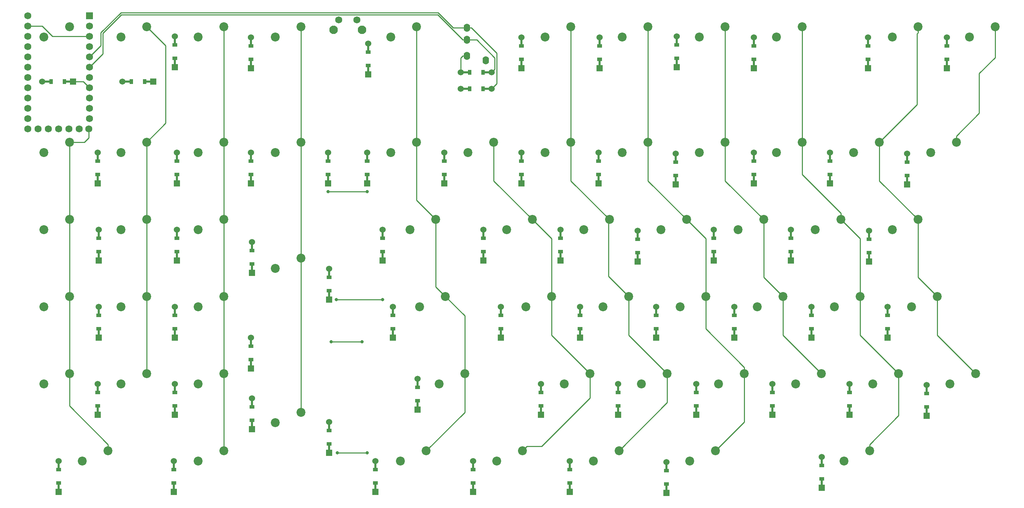
<source format=gbl>
G04 #@! TF.GenerationSoftware,KiCad,Pcbnew,(5.1.4)-1*
G04 #@! TF.CreationDate,2019-10-25T22:15:33-04:00*
G04 #@! TF.ProjectId,Keyboard - Left,4b657962-6f61-4726-9420-2d204c656674,rev?*
G04 #@! TF.SameCoordinates,Original*
G04 #@! TF.FileFunction,Copper,L2,Bot*
G04 #@! TF.FilePolarity,Positive*
%FSLAX46Y46*%
G04 Gerber Fmt 4.6, Leading zero omitted, Abs format (unit mm)*
G04 Created by KiCad (PCBNEW (5.1.4)-1) date 2019-10-25 22:15:33*
%MOMM*%
%LPD*%
G04 APERTURE LIST*
%ADD10O,1.600000X2.000000*%
%ADD11C,2.200000*%
%ADD12C,2.100000*%
%ADD13C,1.750000*%
%ADD14R,1.524000X0.500000*%
%ADD15C,1.524000*%
%ADD16R,1.524000X1.524000*%
%ADD17R,0.900000X1.200000*%
%ADD18R,0.500000X1.524000*%
%ADD19R,1.200000X0.900000*%
%ADD20R,1.752600X1.752600*%
%ADD21C,1.752600*%
%ADD22C,0.800000*%
%ADD23C,0.250000*%
G04 APERTURE END LIST*
D10*
X138670000Y-38966000D03*
X138670000Y-35966000D03*
X138670000Y-42966000D03*
X143270000Y-44066000D03*
D11*
X40481250Y-35718750D03*
X34131250Y-38258750D03*
X59531250Y-35718750D03*
X53181250Y-38258750D03*
X72231250Y-38258750D03*
X78581250Y-35718750D03*
X97631250Y-35718750D03*
X91281250Y-38258750D03*
X119856250Y-38258750D03*
X126206250Y-35718750D03*
X164306250Y-35718750D03*
X157956250Y-38258750D03*
X183356250Y-35718750D03*
X177006250Y-38258750D03*
X196056250Y-38258750D03*
X202406250Y-35718750D03*
X215106250Y-38258750D03*
X221456250Y-35718750D03*
X243681250Y-38258750D03*
X250031250Y-35718750D03*
X269081250Y-35718750D03*
X262731250Y-38258750D03*
X34131250Y-66833750D03*
X40481250Y-64293750D03*
X59531250Y-64293750D03*
X53181250Y-66833750D03*
X72231250Y-66833750D03*
X78581250Y-64293750D03*
X91281250Y-66833750D03*
X97631250Y-64293750D03*
X126206250Y-64293750D03*
X119856250Y-66833750D03*
X145256250Y-64293750D03*
X138906250Y-66833750D03*
X157956250Y-66833750D03*
X164306250Y-64293750D03*
X177006250Y-66833750D03*
X183356250Y-64293750D03*
X202406250Y-64293750D03*
X196056250Y-66833750D03*
X221456250Y-64293750D03*
X215106250Y-66833750D03*
X240506250Y-64293750D03*
X234156250Y-66833750D03*
X253206250Y-66833750D03*
X259556250Y-64293750D03*
X40481250Y-83343750D03*
X34131250Y-85883750D03*
X59531250Y-83343750D03*
X53181250Y-85883750D03*
X72231250Y-85883750D03*
X78581250Y-83343750D03*
X91281250Y-95408750D03*
X97631250Y-92868750D03*
X130968750Y-83343750D03*
X124618750Y-85883750D03*
X148431250Y-85883750D03*
X154781250Y-83343750D03*
X173831250Y-83343750D03*
X167481250Y-85883750D03*
X186531250Y-85883750D03*
X192881250Y-83343750D03*
X205581250Y-85883750D03*
X211931250Y-83343750D03*
X224631250Y-85883750D03*
X230981250Y-83343750D03*
X243681250Y-85883750D03*
X250031250Y-83343750D03*
X40481250Y-102393750D03*
X34131250Y-104933750D03*
X59531250Y-102393750D03*
X53181250Y-104933750D03*
X78581250Y-102393750D03*
X72231250Y-104933750D03*
X133350000Y-102393750D03*
X127000000Y-104933750D03*
X159543750Y-102393750D03*
X153193750Y-104933750D03*
X172243750Y-104933750D03*
X178593750Y-102393750D03*
X191293750Y-104933750D03*
X197643750Y-102393750D03*
X216693750Y-102393750D03*
X210343750Y-104933750D03*
X235743750Y-102393750D03*
X229393750Y-104933750D03*
X254793750Y-102393750D03*
X248443750Y-104933750D03*
X40481250Y-121443750D03*
X34131250Y-123983750D03*
X59531250Y-121443750D03*
X53181250Y-123983750D03*
X72231250Y-123983750D03*
X78581250Y-121443750D03*
X97631250Y-130968750D03*
X91281250Y-133508750D03*
X138112500Y-121443750D03*
X131762500Y-123983750D03*
X162718750Y-123983750D03*
X169068750Y-121443750D03*
X188118750Y-121443750D03*
X181768750Y-123983750D03*
X207168750Y-121443750D03*
X200818750Y-123983750D03*
X219868750Y-123983750D03*
X226218750Y-121443750D03*
X238918750Y-123983750D03*
X245268750Y-121443750D03*
X257968750Y-123983750D03*
X264318750Y-121443750D03*
X50006250Y-140493750D03*
X43656250Y-143033750D03*
X72231250Y-143033750D03*
X78581250Y-140493750D03*
X128587500Y-140493750D03*
X122237500Y-143033750D03*
X146050000Y-143033750D03*
X152400000Y-140493750D03*
X176212500Y-140493750D03*
X169862500Y-143033750D03*
X193675000Y-143033750D03*
X200025000Y-140493750D03*
X238125000Y-140493750D03*
X231775000Y-143033750D03*
D12*
X105746000Y-36526000D03*
D13*
X107006000Y-34036000D03*
X111506000Y-34036000D03*
D12*
X112756000Y-36526000D03*
D14*
X40132000Y-49276000D03*
X35052000Y-49276000D03*
D15*
X33782000Y-49276000D03*
D16*
X41402000Y-49276000D03*
D17*
X35942000Y-49276000D03*
X39242000Y-49276000D03*
D14*
X59944000Y-49276000D03*
X54864000Y-49276000D03*
D15*
X53594000Y-49276000D03*
D16*
X61214000Y-49276000D03*
D17*
X55754000Y-49276000D03*
X59054000Y-49276000D03*
D18*
X66548000Y-44450000D03*
X66548000Y-39370000D03*
D15*
X66548000Y-38100000D03*
D16*
X66548000Y-45720000D03*
D19*
X66548000Y-40260000D03*
X66548000Y-43560000D03*
X85344000Y-43814000D03*
X85344000Y-40514000D03*
D16*
X85344000Y-45974000D03*
D15*
X85344000Y-38354000D03*
D18*
X85344000Y-39624000D03*
X85344000Y-44704000D03*
X114300000Y-46228000D03*
X114300000Y-41148000D03*
D15*
X114300000Y-39878000D03*
D16*
X114300000Y-47498000D03*
D19*
X114300000Y-42038000D03*
X114300000Y-45338000D03*
X152146000Y-43814000D03*
X152146000Y-40514000D03*
D16*
X152146000Y-45974000D03*
D15*
X152146000Y-38354000D03*
D18*
X152146000Y-39624000D03*
X152146000Y-44704000D03*
X171450000Y-44704000D03*
X171450000Y-39624000D03*
D15*
X171450000Y-38354000D03*
D16*
X171450000Y-45974000D03*
D19*
X171450000Y-40514000D03*
X171450000Y-43814000D03*
D18*
X190500000Y-44450000D03*
X190500000Y-39370000D03*
D15*
X190500000Y-38100000D03*
D16*
X190500000Y-45720000D03*
D19*
X190500000Y-40260000D03*
X190500000Y-43560000D03*
X209550000Y-43814000D03*
X209550000Y-40514000D03*
D16*
X209550000Y-45974000D03*
D15*
X209550000Y-38354000D03*
D18*
X209550000Y-39624000D03*
X209550000Y-44704000D03*
X237744000Y-44704000D03*
X237744000Y-39624000D03*
D15*
X237744000Y-38354000D03*
D16*
X237744000Y-45974000D03*
D19*
X237744000Y-40514000D03*
X237744000Y-43814000D03*
D18*
X257175000Y-44704000D03*
X257175000Y-39624000D03*
D15*
X257175000Y-38354000D03*
D16*
X257175000Y-45974000D03*
D19*
X257175000Y-40514000D03*
X257175000Y-43814000D03*
X47498000Y-72262000D03*
X47498000Y-68962000D03*
D16*
X47498000Y-74422000D03*
D15*
X47498000Y-66802000D03*
D18*
X47498000Y-68072000D03*
X47498000Y-73152000D03*
D19*
X67056000Y-72262000D03*
X67056000Y-68962000D03*
D16*
X67056000Y-74422000D03*
D15*
X67056000Y-66802000D03*
D18*
X67056000Y-68072000D03*
X67056000Y-73152000D03*
X85344000Y-73152000D03*
X85344000Y-68072000D03*
D15*
X85344000Y-66802000D03*
D16*
X85344000Y-74422000D03*
D19*
X85344000Y-68962000D03*
X85344000Y-72262000D03*
D18*
X104394000Y-73152000D03*
X104394000Y-68072000D03*
D15*
X104394000Y-66802000D03*
D16*
X104394000Y-74422000D03*
D19*
X104394000Y-68962000D03*
X104394000Y-72262000D03*
X114046000Y-72262000D03*
X114046000Y-68962000D03*
D16*
X114046000Y-74422000D03*
D15*
X114046000Y-66802000D03*
D18*
X114046000Y-68072000D03*
X114046000Y-73152000D03*
D19*
X133096000Y-72262000D03*
X133096000Y-68962000D03*
D16*
X133096000Y-74422000D03*
D15*
X133096000Y-66802000D03*
D18*
X133096000Y-68072000D03*
X133096000Y-73152000D03*
X152146000Y-73152000D03*
X152146000Y-68072000D03*
D15*
X152146000Y-66802000D03*
D16*
X152146000Y-74422000D03*
D19*
X152146000Y-68962000D03*
X152146000Y-72262000D03*
X171196000Y-72262000D03*
X171196000Y-68962000D03*
D16*
X171196000Y-74422000D03*
D15*
X171196000Y-66802000D03*
D18*
X171196000Y-68072000D03*
X171196000Y-73152000D03*
D19*
X190246000Y-72516000D03*
X190246000Y-69216000D03*
D16*
X190246000Y-74676000D03*
D15*
X190246000Y-67056000D03*
D18*
X190246000Y-68326000D03*
X190246000Y-73406000D03*
X209550000Y-73152000D03*
X209550000Y-68072000D03*
D15*
X209550000Y-66802000D03*
D16*
X209550000Y-74422000D03*
D19*
X209550000Y-68962000D03*
X209550000Y-72262000D03*
X228346000Y-72262000D03*
X228346000Y-68962000D03*
D16*
X228346000Y-74422000D03*
D15*
X228346000Y-66802000D03*
D18*
X228346000Y-68072000D03*
X228346000Y-73152000D03*
D19*
X247396000Y-72516000D03*
X247396000Y-69216000D03*
D16*
X247396000Y-74676000D03*
D15*
X247396000Y-67056000D03*
D18*
X247396000Y-68326000D03*
X247396000Y-73406000D03*
X47752000Y-92202000D03*
X47752000Y-87122000D03*
D15*
X47752000Y-85852000D03*
D16*
X47752000Y-93472000D03*
D19*
X47752000Y-88012000D03*
X47752000Y-91312000D03*
D18*
X67056000Y-92202000D03*
X67056000Y-87122000D03*
D15*
X67056000Y-85852000D03*
D16*
X67056000Y-93472000D03*
D19*
X67056000Y-88012000D03*
X67056000Y-91312000D03*
X85598000Y-94360000D03*
X85598000Y-91060000D03*
D16*
X85598000Y-96520000D03*
D15*
X85598000Y-88900000D03*
D18*
X85598000Y-90170000D03*
X85598000Y-95250000D03*
D19*
X104648000Y-100964000D03*
X104648000Y-97664000D03*
D16*
X104648000Y-103124000D03*
D15*
X104648000Y-95504000D03*
D18*
X104648000Y-96774000D03*
X104648000Y-101854000D03*
X117856000Y-92202000D03*
X117856000Y-87122000D03*
D15*
X117856000Y-85852000D03*
D16*
X117856000Y-93472000D03*
D19*
X117856000Y-88012000D03*
X117856000Y-91312000D03*
D18*
X142748000Y-92202000D03*
X142748000Y-87122000D03*
D15*
X142748000Y-85852000D03*
D16*
X142748000Y-93472000D03*
D19*
X142748000Y-88012000D03*
X142748000Y-91312000D03*
X161798000Y-91312000D03*
X161798000Y-88012000D03*
D16*
X161798000Y-93472000D03*
D15*
X161798000Y-85852000D03*
D18*
X161798000Y-87122000D03*
X161798000Y-92202000D03*
X180848000Y-92456000D03*
X180848000Y-87376000D03*
D15*
X180848000Y-86106000D03*
D16*
X180848000Y-93726000D03*
D19*
X180848000Y-88266000D03*
X180848000Y-91566000D03*
D18*
X199644000Y-92202000D03*
X199644000Y-87122000D03*
D15*
X199644000Y-85852000D03*
D16*
X199644000Y-93472000D03*
D19*
X199644000Y-88012000D03*
X199644000Y-91312000D03*
X218694000Y-91312000D03*
X218694000Y-88012000D03*
D16*
X218694000Y-93472000D03*
D15*
X218694000Y-85852000D03*
D18*
X218694000Y-87122000D03*
X218694000Y-92202000D03*
X237998000Y-92456000D03*
X237998000Y-87376000D03*
D15*
X237998000Y-86106000D03*
D16*
X237998000Y-93726000D03*
D19*
X237998000Y-88266000D03*
X237998000Y-91566000D03*
X47752000Y-110362000D03*
X47752000Y-107062000D03*
D16*
X47752000Y-112522000D03*
D15*
X47752000Y-104902000D03*
D18*
X47752000Y-106172000D03*
X47752000Y-111252000D03*
D19*
X66548000Y-110362000D03*
X66548000Y-107062000D03*
D16*
X66548000Y-112522000D03*
D15*
X66548000Y-104902000D03*
D18*
X66548000Y-106172000D03*
X66548000Y-111252000D03*
X85344000Y-118872000D03*
X85344000Y-113792000D03*
D15*
X85344000Y-112522000D03*
D16*
X85344000Y-120142000D03*
D19*
X85344000Y-114682000D03*
X85344000Y-117982000D03*
D18*
X120396000Y-111252000D03*
X120396000Y-106172000D03*
D15*
X120396000Y-104902000D03*
D16*
X120396000Y-112522000D03*
D19*
X120396000Y-107062000D03*
X120396000Y-110362000D03*
X147066000Y-110362000D03*
X147066000Y-107062000D03*
D16*
X147066000Y-112522000D03*
D15*
X147066000Y-104902000D03*
D18*
X147066000Y-106172000D03*
X147066000Y-111252000D03*
X166624000Y-111252000D03*
X166624000Y-106172000D03*
D15*
X166624000Y-104902000D03*
D16*
X166624000Y-112522000D03*
D19*
X166624000Y-107062000D03*
X166624000Y-110362000D03*
X185420000Y-110362000D03*
X185420000Y-107062000D03*
D16*
X185420000Y-112522000D03*
D15*
X185420000Y-104902000D03*
D18*
X185420000Y-106172000D03*
X185420000Y-111252000D03*
D19*
X204724000Y-110362000D03*
X204724000Y-107062000D03*
D16*
X204724000Y-112522000D03*
D15*
X204724000Y-104902000D03*
D18*
X204724000Y-106172000D03*
X204724000Y-111252000D03*
X223774000Y-111252000D03*
X223774000Y-106172000D03*
D15*
X223774000Y-104902000D03*
D16*
X223774000Y-112522000D03*
D19*
X223774000Y-107062000D03*
X223774000Y-110362000D03*
X242570000Y-110362000D03*
X242570000Y-107062000D03*
D16*
X242570000Y-112522000D03*
D15*
X242570000Y-104902000D03*
D18*
X242570000Y-106172000D03*
X242570000Y-111252000D03*
X47498000Y-130302000D03*
X47498000Y-125222000D03*
D15*
X47498000Y-123952000D03*
D16*
X47498000Y-131572000D03*
D19*
X47498000Y-126112000D03*
X47498000Y-129412000D03*
D18*
X66548000Y-130302000D03*
X66548000Y-125222000D03*
D15*
X66548000Y-123952000D03*
D16*
X66548000Y-131572000D03*
D19*
X66548000Y-126112000D03*
X66548000Y-129412000D03*
X85598000Y-132968000D03*
X85598000Y-129668000D03*
D16*
X85598000Y-135128000D03*
D15*
X85598000Y-127508000D03*
D18*
X85598000Y-128778000D03*
X85598000Y-133858000D03*
X104648000Y-139700000D03*
X104648000Y-134620000D03*
D15*
X104648000Y-133350000D03*
D16*
X104648000Y-140970000D03*
D19*
X104648000Y-135510000D03*
X104648000Y-138810000D03*
X126492000Y-128142000D03*
X126492000Y-124842000D03*
D16*
X126492000Y-130302000D03*
D15*
X126492000Y-122682000D03*
D18*
X126492000Y-123952000D03*
X126492000Y-129032000D03*
X156972000Y-130302000D03*
X156972000Y-125222000D03*
D15*
X156972000Y-123952000D03*
D16*
X156972000Y-131572000D03*
D19*
X156972000Y-126112000D03*
X156972000Y-129412000D03*
X176022000Y-129412000D03*
X176022000Y-126112000D03*
D16*
X176022000Y-131572000D03*
D15*
X176022000Y-123952000D03*
D18*
X176022000Y-125222000D03*
X176022000Y-130302000D03*
X195326000Y-130302000D03*
X195326000Y-125222000D03*
D15*
X195326000Y-123952000D03*
D16*
X195326000Y-131572000D03*
D19*
X195326000Y-126112000D03*
X195326000Y-129412000D03*
D18*
X214122000Y-130302000D03*
X214122000Y-125222000D03*
D15*
X214122000Y-123952000D03*
D16*
X214122000Y-131572000D03*
D19*
X214122000Y-126112000D03*
X214122000Y-129412000D03*
X233172000Y-129412000D03*
X233172000Y-126112000D03*
D16*
X233172000Y-131572000D03*
D15*
X233172000Y-123952000D03*
D18*
X233172000Y-125222000D03*
X233172000Y-130302000D03*
X252222000Y-130556000D03*
X252222000Y-125476000D03*
D15*
X252222000Y-124206000D03*
D16*
X252222000Y-131826000D03*
D19*
X252222000Y-126366000D03*
X252222000Y-129666000D03*
X37846000Y-148462000D03*
X37846000Y-145162000D03*
D16*
X37846000Y-150622000D03*
D15*
X37846000Y-143002000D03*
D18*
X37846000Y-144272000D03*
X37846000Y-149352000D03*
D19*
X66294000Y-148462000D03*
X66294000Y-145162000D03*
D16*
X66294000Y-150622000D03*
D15*
X66294000Y-143002000D03*
D18*
X66294000Y-144272000D03*
X66294000Y-149352000D03*
D19*
X116078000Y-148462000D03*
X116078000Y-145162000D03*
D16*
X116078000Y-150622000D03*
D15*
X116078000Y-143002000D03*
D18*
X116078000Y-144272000D03*
X116078000Y-149352000D03*
D19*
X140208000Y-148462000D03*
X140208000Y-145162000D03*
D16*
X140208000Y-150622000D03*
D15*
X140208000Y-143002000D03*
D18*
X140208000Y-144272000D03*
X140208000Y-149352000D03*
D19*
X164084000Y-148462000D03*
X164084000Y-145162000D03*
D16*
X164084000Y-150622000D03*
D15*
X164084000Y-143002000D03*
D18*
X164084000Y-144272000D03*
X164084000Y-149352000D03*
D19*
X187960000Y-148716000D03*
X187960000Y-145416000D03*
D16*
X187960000Y-150876000D03*
D15*
X187960000Y-143256000D03*
D18*
X187960000Y-144526000D03*
X187960000Y-149606000D03*
X226314000Y-148336000D03*
X226314000Y-143256000D03*
D15*
X226314000Y-141986000D03*
D16*
X226314000Y-149606000D03*
D19*
X226314000Y-144146000D03*
X226314000Y-147446000D03*
D17*
X139320000Y-46990000D03*
X142620000Y-46990000D03*
D15*
X137160000Y-46990000D03*
X144780000Y-46990000D03*
D14*
X143510000Y-46990000D03*
X138430000Y-46990000D03*
X138430000Y-51054000D03*
X143510000Y-51054000D03*
D15*
X144780000Y-51054000D03*
X137160000Y-51054000D03*
D17*
X142620000Y-51054000D03*
X139320000Y-51054000D03*
D20*
X45466000Y-33020000D03*
D21*
X45466000Y-35560000D03*
X45466000Y-38100000D03*
X45466000Y-40640000D03*
X45466000Y-43180000D03*
X45466000Y-45720000D03*
X45466000Y-48260000D03*
X45466000Y-50800000D03*
X45466000Y-53340000D03*
X45466000Y-55880000D03*
X45466000Y-58420000D03*
X30226000Y-60960000D03*
X30226000Y-58420000D03*
X30226000Y-55880000D03*
X30226000Y-53340000D03*
X30226000Y-50800000D03*
X30226000Y-48260000D03*
X30226000Y-45720000D03*
X30226000Y-43180000D03*
X30226000Y-40640000D03*
X30226000Y-38100000D03*
X30226000Y-35560000D03*
X45237400Y-60960000D03*
X30226000Y-33020000D03*
X32766000Y-60960000D03*
X35306000Y-60960000D03*
X37846000Y-60960000D03*
X40386000Y-60960000D03*
X42926000Y-60960000D03*
D22*
X104394000Y-76454000D03*
X114046000Y-76454000D03*
X106426000Y-103124000D03*
X117856000Y-103124000D03*
X105156000Y-113538000D03*
X112776000Y-113538000D03*
X106680000Y-140970000D03*
X114046000Y-140970000D03*
D23*
X43942000Y-49276000D02*
X45466000Y-50800000D01*
X41402000Y-49276000D02*
X43942000Y-49276000D01*
X104394000Y-76454000D02*
X114046000Y-76454000D01*
X106426000Y-103124000D02*
X117856000Y-103124000D01*
X105156000Y-113538000D02*
X112776000Y-113538000D01*
X106680000Y-140970000D02*
X114046000Y-140970000D01*
X137620000Y-42966000D02*
X138670000Y-42966000D01*
X137160000Y-43426000D02*
X137620000Y-42966000D01*
X137160000Y-46990000D02*
X137160000Y-43426000D01*
X137620000Y-38966000D02*
X131420000Y-32766000D01*
X138670000Y-38966000D02*
X137620000Y-38966000D01*
X131420000Y-32766000D02*
X53340000Y-32766000D01*
X53340000Y-32766000D02*
X48768000Y-37338000D01*
X145541999Y-46228001D02*
X145541999Y-43433999D01*
X144780000Y-46990000D02*
X145541999Y-46228001D01*
X141074000Y-38966000D02*
X138670000Y-38966000D01*
X145541999Y-43433999D02*
X141074000Y-38966000D01*
X48768000Y-42418000D02*
X48768000Y-41402000D01*
X45466000Y-45720000D02*
X48768000Y-42418000D01*
X48768000Y-37338000D02*
X48768000Y-41402000D01*
X48768000Y-41402000D02*
X48768000Y-41656000D01*
X145992009Y-42238009D02*
X139720000Y-35966000D01*
X139720000Y-35966000D02*
X138670000Y-35966000D01*
X145992009Y-49841991D02*
X145992009Y-42238009D01*
X144780000Y-51054000D02*
X145992009Y-49841991D01*
X135256410Y-35966000D02*
X138670000Y-35966000D01*
X131548410Y-32258000D02*
X135256410Y-35966000D01*
X53211590Y-32258000D02*
X131548410Y-32258000D01*
X48260000Y-37209590D02*
X53211590Y-32258000D01*
X45466000Y-43180000D02*
X48260000Y-40386000D01*
X48260000Y-40386000D02*
X48260000Y-37209590D01*
X40481250Y-129413116D02*
X40481250Y-121443750D01*
X50006250Y-140493750D02*
X50006250Y-138938116D01*
X50006250Y-138938116D02*
X40481250Y-129413116D01*
X40481250Y-121443750D02*
X40481250Y-102393750D01*
X40481250Y-102393750D02*
X40481250Y-83343750D01*
X40481250Y-83343750D02*
X40481250Y-64293750D01*
X45237400Y-63220600D02*
X45237400Y-60960000D01*
X44196000Y-64262000D02*
X45237400Y-63220600D01*
X42068634Y-64262000D02*
X44196000Y-64262000D01*
X40481250Y-64293750D02*
X42036884Y-64293750D01*
X42036884Y-64293750D02*
X42068634Y-64262000D01*
X59531250Y-119888116D02*
X59531250Y-102393750D01*
X59531250Y-121443750D02*
X59531250Y-119888116D01*
X59531250Y-102393750D02*
X59531250Y-83343750D01*
X59531250Y-68472748D02*
X59531250Y-64293750D01*
X59531250Y-83343750D02*
X59531250Y-68472748D01*
X64262000Y-50546000D02*
X64262000Y-50546000D01*
X64262000Y-59563000D02*
X59531250Y-64293750D01*
X59531250Y-35718750D02*
X64262000Y-40449500D01*
X64262000Y-40449500D02*
X64262000Y-59563000D01*
X78581250Y-65849384D02*
X78581250Y-83343750D01*
X78581250Y-64293750D02*
X78581250Y-65849384D01*
X78581250Y-83343750D02*
X78581250Y-102393750D01*
X78581250Y-102393750D02*
X78581250Y-121443750D01*
X78581250Y-122999384D02*
X78581250Y-140493750D01*
X78581250Y-121443750D02*
X78581250Y-122999384D01*
X78581250Y-35718750D02*
X78581250Y-64293750D01*
X97631250Y-130968750D02*
X97631250Y-92868750D01*
X97631250Y-91313116D02*
X97631250Y-64293750D01*
X97631250Y-92868750D02*
X97631250Y-91313116D01*
X97631250Y-64293750D02*
X97631250Y-62738116D01*
X97631250Y-62738116D02*
X97631250Y-35718750D01*
X126365000Y-64135000D02*
X126206250Y-64293750D01*
X126206250Y-78581250D02*
X130968750Y-83343750D01*
X126206250Y-64293750D02*
X126206250Y-78581250D01*
X130968750Y-100012500D02*
X133350000Y-102393750D01*
X130968750Y-83343750D02*
X130968750Y-100012500D01*
X138112500Y-107156250D02*
X138112500Y-121443750D01*
X133350000Y-102393750D02*
X138112500Y-107156250D01*
X138112500Y-130968750D02*
X128587500Y-140493750D01*
X138112500Y-121443750D02*
X138112500Y-130968750D01*
X126206250Y-64293750D02*
X126206250Y-35718750D01*
X164306250Y-37274384D02*
X164306250Y-64293750D01*
X164306250Y-35718750D02*
X164306250Y-37274384D01*
X164306250Y-73818750D02*
X173831250Y-83343750D01*
X164306250Y-64293750D02*
X164306250Y-73818750D01*
X177493751Y-101293751D02*
X178593750Y-102393750D01*
X173616251Y-97416251D02*
X177493751Y-101293751D01*
X173616251Y-83558749D02*
X173616251Y-97416251D01*
X173831250Y-83343750D02*
X173616251Y-83558749D01*
X178593750Y-111918750D02*
X188118750Y-121443750D01*
X178593750Y-102393750D02*
X178593750Y-111918750D01*
X188118750Y-128587500D02*
X176212500Y-140493750D01*
X188118750Y-121443750D02*
X188118750Y-128587500D01*
X207168750Y-133350000D02*
X207168750Y-121443750D01*
X200025000Y-140493750D02*
X207168750Y-133350000D01*
X197643750Y-103949384D02*
X197643750Y-102393750D01*
X197643750Y-110363116D02*
X197643750Y-103949384D01*
X207168750Y-119888116D02*
X197643750Y-110363116D01*
X207168750Y-121443750D02*
X207168750Y-119888116D01*
X197643750Y-88106250D02*
X192881250Y-83343750D01*
X197643750Y-102393750D02*
X197643750Y-88106250D01*
X183356250Y-73818750D02*
X183356250Y-64293750D01*
X192881250Y-83343750D02*
X183356250Y-73818750D01*
X183356250Y-64293750D02*
X183356250Y-35718750D01*
X202406250Y-35718750D02*
X202406250Y-64293750D01*
X202406250Y-73818750D02*
X211931250Y-83343750D01*
X202406250Y-64293750D02*
X202406250Y-73818750D01*
X211931250Y-97631250D02*
X216693750Y-102393750D01*
X211931250Y-83343750D02*
X211931250Y-97631250D01*
X216693750Y-111918750D02*
X226218750Y-121443750D01*
X216693750Y-102393750D02*
X216693750Y-111918750D01*
X245268750Y-122999384D02*
X245268750Y-121443750D01*
X245268750Y-131794366D02*
X245268750Y-122999384D01*
X238125000Y-138938116D02*
X245268750Y-131794366D01*
X238125000Y-140493750D02*
X238125000Y-138938116D01*
X235743750Y-111918750D02*
X235743750Y-102393750D01*
X245268750Y-121443750D02*
X235743750Y-111918750D01*
X235743750Y-88106250D02*
X230981250Y-83343750D01*
X235743750Y-102393750D02*
X235743750Y-88106250D01*
X221456250Y-65849384D02*
X221456250Y-64293750D01*
X221456250Y-72263116D02*
X221456250Y-65849384D01*
X230981250Y-81788116D02*
X221456250Y-72263116D01*
X230981250Y-83343750D02*
X230981250Y-81788116D01*
X221456250Y-64293750D02*
X221456250Y-35718750D01*
X241606249Y-63193751D02*
X240506250Y-64293750D01*
X249816251Y-54983749D02*
X241606249Y-63193751D01*
X249816251Y-37489383D02*
X249816251Y-54983749D01*
X250031250Y-37274384D02*
X249816251Y-37489383D01*
X250031250Y-35718750D02*
X250031250Y-37274384D01*
X240506250Y-73818750D02*
X250031250Y-83343750D01*
X240506250Y-64293750D02*
X240506250Y-73818750D01*
X250031250Y-97631250D02*
X254793750Y-102393750D01*
X250031250Y-83343750D02*
X250031250Y-97631250D01*
X254793750Y-111918750D02*
X264318750Y-121443750D01*
X254793750Y-102393750D02*
X254793750Y-111918750D01*
X259556250Y-62738116D02*
X265176000Y-57118366D01*
X259556250Y-64293750D02*
X259556250Y-62738116D01*
X265176000Y-57118366D02*
X265176000Y-47244000D01*
X269081250Y-43338750D02*
X269081250Y-35718750D01*
X265176000Y-47244000D02*
X269081250Y-43338750D01*
X169068750Y-122999384D02*
X169068750Y-121443750D01*
X169068750Y-127424752D02*
X169068750Y-122999384D01*
X157099751Y-139393751D02*
X169068750Y-127424752D01*
X153499999Y-139393751D02*
X157099751Y-139393751D01*
X152400000Y-140493750D02*
X153499999Y-139393751D01*
X159543750Y-111918750D02*
X159543750Y-102393750D01*
X169068750Y-121443750D02*
X159543750Y-111918750D01*
X159543750Y-88106250D02*
X154781250Y-83343750D01*
X159543750Y-102393750D02*
X159543750Y-88106250D01*
X145256250Y-73818750D02*
X145256250Y-64293750D01*
X154781250Y-83343750D02*
X145256250Y-73818750D01*
X30226000Y-35560000D02*
X33782000Y-35560000D01*
X36322000Y-38100000D02*
X45466000Y-38100000D01*
X33782000Y-35560000D02*
X36322000Y-38100000D01*
M02*

</source>
